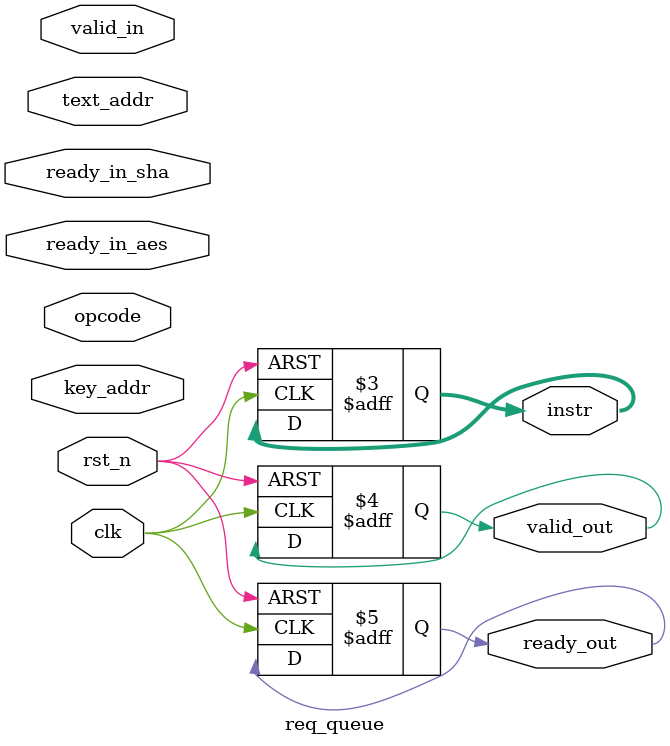
<source format=v>
module req_queue #(
    parameter ADDRW = 8,
    parameter OPCODEW = 2,
    parameter QLENGTH = 16
) (
    input wire clk,
    input wire rst_n,
    input wire valid_in,
    input wire ready_in_aes,
    input wire ready_in_sha,

    input wire [OPCODEW - 1:0] opcode,
    input wire [ADDRW - 1:0] key_addr,
    input wire [ADDRW - 1:0] text_addr,

    output reg [2 * ADDRW + OPCODEW - 1:0] instr,
    output reg valid_out,
    output reg ready_out
);

    localparam integer INSTRW = 2 * ADDRW + OPCODEW;
    localparam integer QUEUEW = INSTRW * QLENGTH;

    reg [QUEUEW - 1:0] aesQueue;
    reg aesReadIdx;
    reg aesWriteIdx;
    reg [QUEUEW - 1:0] shaQueue;
    reg shaReadIdx;
    reg shaWriteIdx;

    always @(posedge clk or negedge rst_n) begin 
        if (!rst_n) begin
            aesQueue <= {QUEUEW{1'b0}};
            aesReadIdx <= 0;
            aesWriteIdx <= 0;
            shaQueue <= {QUEUEW{1'b0}};
            shaReadIdx <= 0;
            shaWriteIdx <= 0;
            instr <= {INSTRW{1'b0}};
            valid_out <= 0;
            ready_out <= 0;
        end else begin
            // TODO
        end
    end

endmodule


// Request queue
// Inputs: opcode[1:0], key_addr[ADDRW-1:0], text_addr[ADDRW-1:0], valid_in, ready_in_aes, ready_in_sha
// Outputs: instr[2*ADDRW+1:0], valid_out, ready_out
// Description: A big FIFO queue of depth QLENGTH. Valid_in is asserted by deserializer once it has the full instruction from xtal CPU.
// ready_in signals come from FSMs when they are ready to begin a new operation. Assert valid_out when a queue entry is ready to be sent to an FSM,
// and remove the request from queue when both valid_out and ready_in are asserted. Deassert ready_out when the queue is full and do not take in
// further requests from Deserializer. 
</source>
